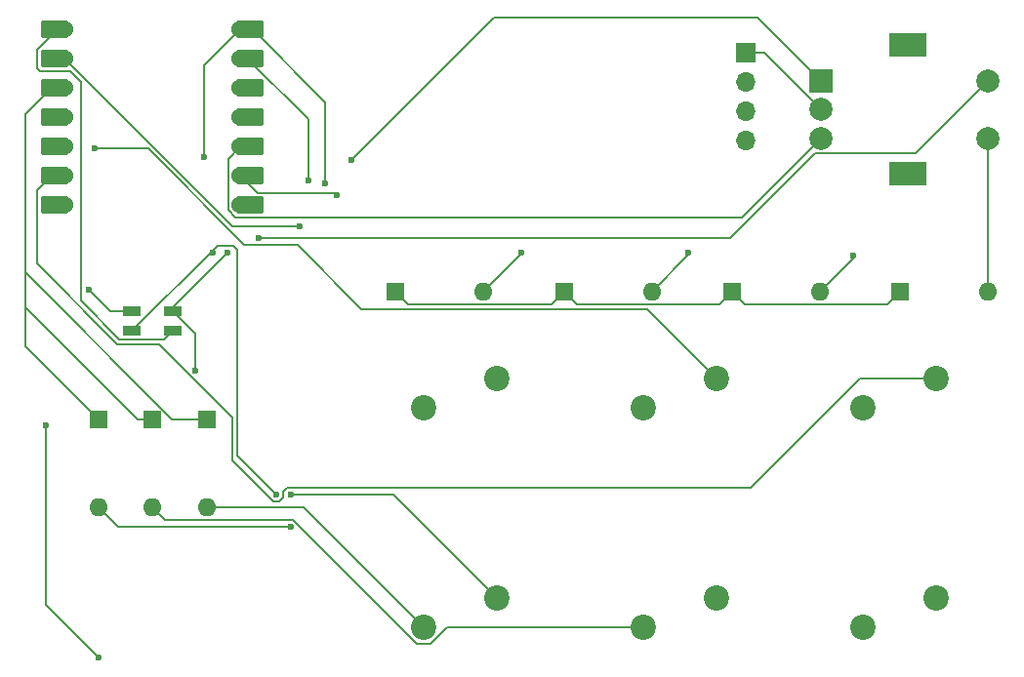
<source format=gbr>
%TF.GenerationSoftware,KiCad,Pcbnew,9.0.2*%
%TF.CreationDate,2025-05-26T15:10:03-05:00*%
%TF.ProjectId,CommandPad,436f6d6d-616e-4645-9061-642e6b696361,1.0*%
%TF.SameCoordinates,Original*%
%TF.FileFunction,Copper,L1,Top*%
%TF.FilePolarity,Positive*%
%FSLAX46Y46*%
G04 Gerber Fmt 4.6, Leading zero omitted, Abs format (unit mm)*
G04 Created by KiCad (PCBNEW 9.0.2) date 2025-05-26 15:10:03*
%MOMM*%
%LPD*%
G01*
G04 APERTURE LIST*
G04 Aperture macros list*
%AMRoundRect*
0 Rectangle with rounded corners*
0 $1 Rounding radius*
0 $2 $3 $4 $5 $6 $7 $8 $9 X,Y pos of 4 corners*
0 Add a 4 corners polygon primitive as box body*
4,1,4,$2,$3,$4,$5,$6,$7,$8,$9,$2,$3,0*
0 Add four circle primitives for the rounded corners*
1,1,$1+$1,$2,$3*
1,1,$1+$1,$4,$5*
1,1,$1+$1,$6,$7*
1,1,$1+$1,$8,$9*
0 Add four rect primitives between the rounded corners*
20,1,$1+$1,$2,$3,$4,$5,0*
20,1,$1+$1,$4,$5,$6,$7,0*
20,1,$1+$1,$6,$7,$8,$9,0*
20,1,$1+$1,$8,$9,$2,$3,0*%
G04 Aperture macros list end*
%TA.AperFunction,ComponentPad*%
%ADD10R,1.600000X1.600000*%
%TD*%
%TA.AperFunction,ComponentPad*%
%ADD11O,1.600000X1.600000*%
%TD*%
%TA.AperFunction,SMDPad,CuDef*%
%ADD12R,1.600000X0.850000*%
%TD*%
%TA.AperFunction,SMDPad,CuDef*%
%ADD13RoundRect,0.152400X1.063600X0.609600X-1.063600X0.609600X-1.063600X-0.609600X1.063600X-0.609600X0*%
%TD*%
%TA.AperFunction,ComponentPad*%
%ADD14C,1.524000*%
%TD*%
%TA.AperFunction,SMDPad,CuDef*%
%ADD15RoundRect,0.152400X-1.063600X-0.609600X1.063600X-0.609600X1.063600X0.609600X-1.063600X0.609600X0*%
%TD*%
%TA.AperFunction,ComponentPad*%
%ADD16C,2.200000*%
%TD*%
%TA.AperFunction,ComponentPad*%
%ADD17R,2.000000X2.000000*%
%TD*%
%TA.AperFunction,ComponentPad*%
%ADD18C,2.000000*%
%TD*%
%TA.AperFunction,ComponentPad*%
%ADD19R,3.200000X2.000000*%
%TD*%
%TA.AperFunction,ComponentPad*%
%ADD20R,1.700000X1.700000*%
%TD*%
%TA.AperFunction,ComponentPad*%
%ADD21O,1.700000X1.700000*%
%TD*%
%TA.AperFunction,ViaPad*%
%ADD22C,0.600000*%
%TD*%
%TA.AperFunction,Conductor*%
%ADD23C,0.200000*%
%TD*%
G04 APERTURE END LIST*
D10*
%TO.P,D6,1,K*%
%TO.N,ROW_1*%
X151300000Y-107963689D03*
D11*
%TO.P,D6,2,A*%
%TO.N,Net-(D6-A)*%
X151300000Y-115583689D03*
%TD*%
D10*
%TO.P,D2,1,K*%
%TO.N,ROW_0*%
X191680000Y-96900000D03*
D11*
%TO.P,D2,2,A*%
%TO.N,Net-(D2-A)*%
X199300000Y-96900000D03*
%TD*%
D12*
%TO.P,DLED1,1,DOUT*%
%TO.N,Net-(DLED1-DOUT)*%
X154250000Y-98568094D03*
%TO.P,DLED1,2,VSS*%
%TO.N,GND*%
X154250000Y-100318094D03*
%TO.P,DLED1,3,DIN*%
%TO.N,SK6812*%
X157750000Y-100318094D03*
%TO.P,DLED1,4,VDD*%
%TO.N,+5V*%
X157750000Y-98568094D03*
%TD*%
D13*
%TO.P,U1,1,GPIO26/ADC0/A0*%
%TO.N,SK6812*%
X147545000Y-74150000D03*
D14*
X148380000Y-74150000D03*
D13*
%TO.P,U1,2,GPIO27/ADC1/A1*%
%TO.N,ROW_0*%
X147545000Y-76690000D03*
D14*
X148380000Y-76690000D03*
D13*
%TO.P,U1,3,GPIO28/ADC2/A2*%
%TO.N,ROW_1*%
X147545000Y-79230000D03*
D14*
X148380000Y-79230000D03*
D13*
%TO.P,U1,4,GPIO29/ADC3/A3*%
%TO.N,COL_0*%
X147545000Y-81770000D03*
D14*
X148380000Y-81770000D03*
D13*
%TO.P,U1,5,GPIO6/SDA*%
%TO.N,COL_1*%
X147545000Y-84310000D03*
D14*
X148380000Y-84310000D03*
D13*
%TO.P,U1,6,GPIO7/SCL*%
%TO.N,COL_2*%
X147545000Y-86850000D03*
D14*
X148380000Y-86850000D03*
D13*
%TO.P,U1,7,GPIO0/TX*%
%TO.N,ROT_SWB*%
X147545000Y-89390000D03*
D14*
X148380000Y-89390000D03*
%TO.P,U1,8,GPIO1/RX*%
%TO.N,SDA*%
X163620000Y-89390000D03*
D15*
X164455000Y-89390000D03*
D14*
%TO.P,U1,9,GPIO2/SCK*%
%TO.N,SCL*%
X163620000Y-86850000D03*
D15*
X164455000Y-86850000D03*
D14*
%TO.P,U1,10,GPIO4/MISO*%
%TO.N,ROT_B*%
X163620000Y-84310000D03*
D15*
X164455000Y-84310000D03*
D14*
%TO.P,U1,11,GPIO3/MOSI*%
%TO.N,ROT_A*%
X163620000Y-81770000D03*
D15*
X164455000Y-81770000D03*
D14*
%TO.P,U1,12,3V3*%
%TO.N,unconnected-(U1-3V3-Pad12)*%
X163620000Y-79230000D03*
D15*
%TO.N,unconnected-(U1-3V3-Pad12)_1*%
X164455000Y-79230000D03*
D14*
%TO.P,U1,13,GND*%
%TO.N,GND*%
X163620000Y-76690000D03*
D15*
X164455000Y-76690000D03*
D14*
%TO.P,U1,14,VBUS*%
%TO.N,+5V*%
X163620000Y-74150000D03*
D15*
X164455000Y-74150000D03*
%TD*%
D10*
%TO.P,D4,1,K*%
%TO.N,ROW_1*%
X160700000Y-107963689D03*
D11*
%TO.P,D4,2,A*%
%TO.N,Net-(D4-A)*%
X160700000Y-115583689D03*
%TD*%
D10*
%TO.P,D3,1,K*%
%TO.N,ROW_0*%
X206280000Y-96900000D03*
D11*
%TO.P,D3,2,A*%
%TO.N,Net-(D3-A)*%
X213900000Y-96900000D03*
%TD*%
D16*
%TO.P,S2,1,1*%
%TO.N,COL_1*%
X204946250Y-104457500D03*
%TO.P,S2,2,2*%
%TO.N,Net-(D2-A)*%
X198596250Y-106997500D03*
%TD*%
%TO.P,S4,1,1*%
%TO.N,COL_0*%
X185896250Y-123507500D03*
%TO.P,S4,2,2*%
%TO.N,Net-(D4-A)*%
X179546250Y-126047500D03*
%TD*%
D17*
%TO.P,SW1,A,A*%
%TO.N,ROT_A*%
X214000000Y-78600000D03*
D18*
%TO.P,SW1,B,B*%
%TO.N,ROT_B*%
X214000000Y-83600000D03*
%TO.P,SW1,C,C*%
%TO.N,GND*%
X214000000Y-81100000D03*
D19*
%TO.P,SW1,MP*%
%TO.N,N/C*%
X221500000Y-75500000D03*
X221500000Y-86700000D03*
D18*
%TO.P,SW1,S1,S1*%
%TO.N,ROT_SWA*%
X228500000Y-83600000D03*
%TO.P,SW1,S2,S2*%
%TO.N,ROT_SWB*%
X228500000Y-78600000D03*
%TD*%
D10*
%TO.P,D5,1,K*%
%TO.N,ROW_1*%
X156000000Y-107963689D03*
D11*
%TO.P,D5,2,A*%
%TO.N,Net-(D5-A)*%
X156000000Y-115583689D03*
%TD*%
D20*
%TO.P,J1,1,GND*%
%TO.N,GND*%
X207500000Y-76190000D03*
D21*
%TO.P,J1,2,VCC*%
%TO.N,+5V*%
X207500000Y-78730000D03*
%TO.P,J1,3,SCL*%
%TO.N,SCL*%
X207500000Y-81270000D03*
%TO.P,J1,4,SDA*%
%TO.N,SDA*%
X207500000Y-83810000D03*
%TD*%
D16*
%TO.P,S3,1,1*%
%TO.N,COL_2*%
X223996250Y-104457500D03*
%TO.P,S3,2,2*%
%TO.N,Net-(D3-A)*%
X217646250Y-106997500D03*
%TD*%
%TO.P,S6,1,1*%
%TO.N,COL_2*%
X223996250Y-123507500D03*
%TO.P,S6,2,2*%
%TO.N,Net-(D6-A)*%
X217646250Y-126047500D03*
%TD*%
%TO.P,S1,1,1*%
%TO.N,COL_0*%
X185896250Y-104457500D03*
%TO.P,S1,2,2*%
%TO.N,Net-(D1-A)*%
X179546250Y-106997500D03*
%TD*%
%TO.P,S5,1,1*%
%TO.N,COL_1*%
X204946250Y-123507500D03*
%TO.P,S5,2,2*%
%TO.N,Net-(D5-A)*%
X198596250Y-126047500D03*
%TD*%
D10*
%TO.P,D7,1,K*%
%TO.N,ROW_0*%
X220880000Y-96900000D03*
D11*
%TO.P,D7,2,A*%
%TO.N,ROT_SWA*%
X228500000Y-96900000D03*
%TD*%
D10*
%TO.P,D1,1,K*%
%TO.N,ROW_0*%
X177080000Y-96900000D03*
D11*
%TO.P,D1,2,A*%
%TO.N,Net-(D1-A)*%
X184700000Y-96900000D03*
%TD*%
D22*
%TO.N,Net-(D1-A)*%
X188000000Y-93500000D03*
%TO.N,ROW_0*%
X168750000Y-91250000D03*
%TO.N,Net-(D2-A)*%
X202500000Y-93500000D03*
%TO.N,Net-(D3-A)*%
X216750000Y-93750000D03*
%TO.N,Net-(D6-A)*%
X167976798Y-117307891D03*
%TO.N,Net-(DLED1-DOUT)*%
X150500000Y-96750000D03*
%TO.N,GND*%
X161250000Y-93500000D03*
X166750000Y-114500000D03*
X169500000Y-87250000D03*
%TO.N,+5V*%
X159750000Y-103750000D03*
X160500000Y-85187000D03*
X146750000Y-108500000D03*
X162500000Y-93500000D03*
X171000000Y-87500000D03*
X151295000Y-128650000D03*
%TO.N,SCL*%
X172000000Y-88500000D03*
%TO.N,COL_0*%
X168000000Y-114500000D03*
%TO.N,COL_1*%
X151000000Y-84500000D03*
%TO.N,ROT_A*%
X173250000Y-85500000D03*
%TO.N,ROT_SWB*%
X165250000Y-92250000D03*
%TD*%
D23*
%TO.N,Net-(D1-A)*%
X188000000Y-93600000D02*
X188000000Y-93500000D01*
X184700000Y-96900000D02*
X188000000Y-93600000D01*
%TO.N,ROW_0*%
X219779000Y-98001000D02*
X220880000Y-96900000D01*
X162940000Y-91250000D02*
X168750000Y-91250000D01*
X148380000Y-76690000D02*
X162940000Y-91250000D01*
X190579000Y-98001000D02*
X191680000Y-96900000D01*
X205179000Y-98001000D02*
X206280000Y-96900000D01*
X191680000Y-96900000D02*
X192781000Y-98001000D01*
X206280000Y-96900000D02*
X207381000Y-98001000D01*
X207381000Y-98001000D02*
X219779000Y-98001000D01*
X178181000Y-98001000D02*
X190579000Y-98001000D01*
X192781000Y-98001000D02*
X205179000Y-98001000D01*
X177080000Y-96900000D02*
X178181000Y-98001000D01*
%TO.N,Net-(D2-A)*%
X199300000Y-96900000D02*
X202500000Y-93700000D01*
X202500000Y-93700000D02*
X202500000Y-93500000D01*
%TO.N,Net-(D3-A)*%
X216750000Y-94050000D02*
X216750000Y-93750000D01*
X213900000Y-96900000D02*
X216750000Y-94050000D01*
%TO.N,ROW_1*%
X145000000Y-98250000D02*
X145000000Y-95250000D01*
X157713689Y-107963689D02*
X145000000Y-95250000D01*
X145000000Y-95250000D02*
X145000000Y-81532370D01*
X156000000Y-107963689D02*
X154713689Y-107963689D01*
X154713689Y-107963689D02*
X145000000Y-98250000D01*
X160700000Y-107963689D02*
X157713689Y-107963689D01*
X151300000Y-107963689D02*
X145000000Y-101663689D01*
X145000000Y-101663689D02*
X145000000Y-98250000D01*
X145000000Y-81532370D02*
X147302370Y-79230000D01*
X147302370Y-79230000D02*
X148380000Y-79230000D01*
%TO.N,Net-(D4-A)*%
X179546250Y-126047500D02*
X169082439Y-115583689D01*
X169082439Y-115583689D02*
X160700000Y-115583689D01*
%TO.N,Net-(D5-A)*%
X168202125Y-116684689D02*
X157101000Y-116684689D01*
X178965936Y-127448500D02*
X168202125Y-116684689D01*
X181527564Y-126047500D02*
X180126564Y-127448500D01*
X180126564Y-127448500D02*
X178965936Y-127448500D01*
X198596250Y-126047500D02*
X181527564Y-126047500D01*
X157101000Y-116684689D02*
X156000000Y-115583689D01*
%TO.N,Net-(D6-A)*%
X153024202Y-117307891D02*
X151300000Y-115583689D01*
X167976798Y-117307891D02*
X153024202Y-117307891D01*
%TO.N,ROT_SWA*%
X228500000Y-96900000D02*
X228500000Y-83600000D01*
%TO.N,Net-(DLED1-DOUT)*%
X152318094Y-98568094D02*
X150500000Y-96750000D01*
X154250000Y-98568094D02*
X152318094Y-98568094D01*
%TO.N,SK6812*%
X146028000Y-75888374D02*
X147766374Y-74150000D01*
X149811450Y-78688550D02*
X148875900Y-77753000D01*
X147766374Y-74150000D02*
X148380000Y-74150000D01*
X157024000Y-101044094D02*
X153149000Y-101044094D01*
X157750000Y-100318094D02*
X157024000Y-101044094D01*
X153149000Y-101044094D02*
X149811450Y-97706544D01*
X146289374Y-77753000D02*
X146028000Y-77491626D01*
X148875900Y-77753000D02*
X146289374Y-77753000D01*
X149811450Y-97706544D02*
X149811450Y-78688550D01*
X146028000Y-77491626D02*
X146028000Y-75888374D01*
%TO.N,GND*%
X161669094Y-92899000D02*
X154250000Y-100318094D01*
X154250000Y-100318094D02*
X161068094Y-93500000D01*
X166750000Y-114500000D02*
X163351000Y-111101000D01*
X214000000Y-81100000D02*
X209090000Y-76190000D01*
X162998943Y-92899000D02*
X161669094Y-92899000D01*
X169500000Y-87250000D02*
X169500000Y-81956374D01*
X161068094Y-93500000D02*
X161250000Y-93500000D01*
X163351000Y-93251057D02*
X162998943Y-92899000D01*
X164233626Y-76690000D02*
X163620000Y-76690000D01*
X163351000Y-111101000D02*
X163351000Y-93251057D01*
X209090000Y-76190000D02*
X207500000Y-76190000D01*
X169500000Y-81956374D02*
X164233626Y-76690000D01*
%TO.N,+5V*%
X160500000Y-85187000D02*
X160500000Y-77270000D01*
X157750000Y-98568094D02*
X159750000Y-100568094D01*
X146750000Y-124105000D02*
X151295000Y-128650000D01*
X164697630Y-74150000D02*
X163620000Y-74150000D01*
X171000000Y-87500000D02*
X171000000Y-80452370D01*
X159750000Y-100568094D02*
X159750000Y-103750000D01*
X160500000Y-77270000D02*
X163620000Y-74150000D01*
X171000000Y-80452370D02*
X164697630Y-74150000D01*
X146750000Y-108500000D02*
X146750000Y-124105000D01*
X157750000Y-98568094D02*
X157750000Y-98250000D01*
X157750000Y-98250000D02*
X162500000Y-93500000D01*
%TO.N,SCL*%
X165097000Y-88327000D02*
X163620000Y-86850000D01*
X172000000Y-88500000D02*
X171827000Y-88327000D01*
X171827000Y-88327000D02*
X165097000Y-88327000D01*
%TO.N,COL_0*%
X176888750Y-114500000D02*
X168000000Y-114500000D01*
X185896250Y-123507500D02*
X176888750Y-114500000D01*
%TO.N,COL_1*%
X163973900Y-92851000D02*
X155622900Y-84500000D01*
X168601000Y-92851000D02*
X163973900Y-92851000D01*
X155622900Y-84500000D02*
X151000000Y-84500000D01*
X198890750Y-98402000D02*
X174152000Y-98402000D01*
X174152000Y-98402000D02*
X168601000Y-92851000D01*
X204946250Y-104457500D02*
X198890750Y-98402000D01*
%TO.N,COL_2*%
X223996250Y-104457500D02*
X217353000Y-104457500D01*
X217353000Y-104457500D02*
X207911500Y-113899000D01*
X146028000Y-94490194D02*
X146028000Y-88124370D01*
X162950000Y-107799943D02*
X156595151Y-101445094D01*
X162950000Y-111549943D02*
X162950000Y-107799943D01*
X167703057Y-113899000D02*
X167351000Y-114251057D01*
X146028000Y-88124370D02*
X147302370Y-86850000D01*
X147302370Y-86850000D02*
X148380000Y-86850000D01*
X167351000Y-114251057D02*
X167351000Y-114748943D01*
X166501057Y-115101000D02*
X162950000Y-111549943D01*
X166998943Y-115101000D02*
X166501057Y-115101000D01*
X167351000Y-114748943D02*
X166998943Y-115101000D01*
X152982900Y-101445094D02*
X146028000Y-94490194D01*
X156595151Y-101445094D02*
X152982900Y-101445094D01*
X207911500Y-113899000D02*
X167703057Y-113899000D01*
%TO.N,ROT_A*%
X214000000Y-78600000D02*
X208487000Y-73087000D01*
X208487000Y-73087000D02*
X185663000Y-73087000D01*
X185663000Y-73087000D02*
X173250000Y-85500000D01*
%TO.N,ROT_SWB*%
X213461108Y-84901000D02*
X206112108Y-92250000D01*
X222199000Y-84901000D02*
X213461108Y-84901000D01*
X206112108Y-92250000D02*
X165250000Y-92250000D01*
X228500000Y-78600000D02*
X222199000Y-84901000D01*
%TO.N,ROT_B*%
X162557000Y-85373000D02*
X163620000Y-84310000D01*
X162557000Y-89830310D02*
X162557000Y-85373000D01*
X163179690Y-90453000D02*
X162557000Y-89830310D01*
X207147000Y-90453000D02*
X163179690Y-90453000D01*
X214000000Y-83600000D02*
X207147000Y-90453000D01*
%TD*%
M02*

</source>
